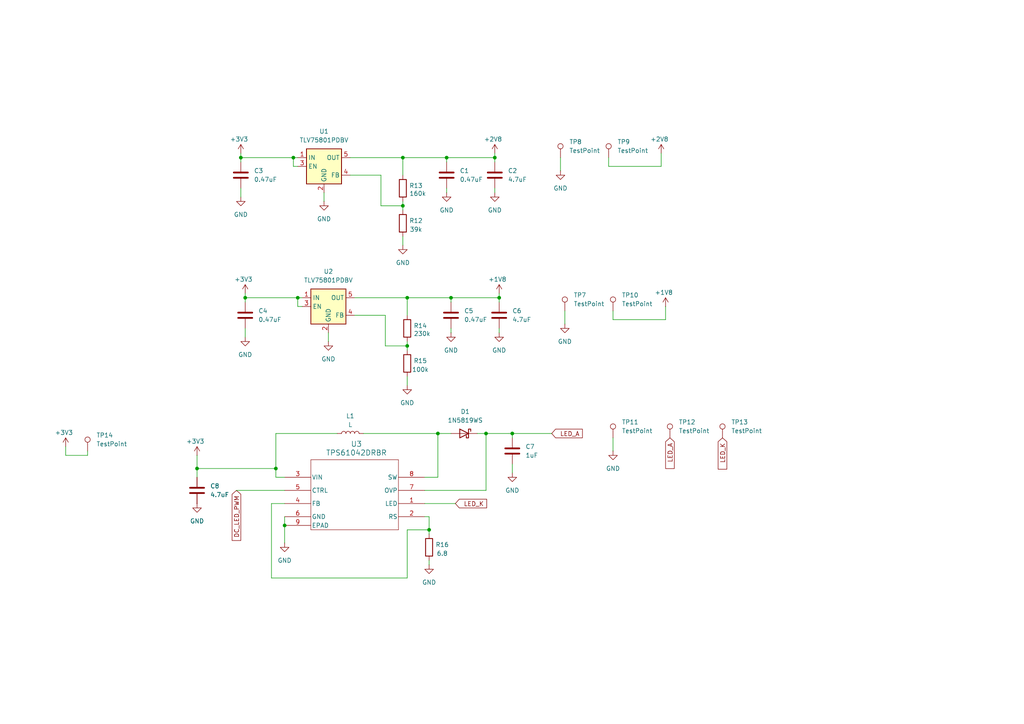
<source format=kicad_sch>
(kicad_sch (version 20250114) (generator "eeschema") (generator_version "9.0")
  (paper "A4")
  (lib_symbols
    (symbol "Connector:TestPoint" (pin_numbers (hide yes)) (pin_names (offset 0.762) (hide yes))
      (property "Reference" "TP" (at 0 6.858 0))
      (property "Value" "TestPoint" (at 0 5.08 0))
      (symbol "TestPoint_0_1"
        (circle (center 0 3.302) (radius 0.762))
      )
      (symbol "TestPoint_1_1"
        (pin passive line (at 0 0 90) (length 2.54) (name "1") (number "1"))
      )
    )
    (symbol "Device:C" (pin_numbers (hide yes)) (pin_names (offset 0.254))
      (property "Reference" "C" (at 0.635 2.54 0))
      (property "Value" "C" (at 0.635 -2.54 0))
      (symbol "C_0_1"
        (polyline (pts (xy -2.032 0.762) (xy 2.032 0.762)) (stroke (width 0.508)))
        (polyline (pts (xy -2.032 -0.762) (xy 2.032 -0.762)) (stroke (width 0.508)))
      )
      (symbol "C_1_1"
        (pin passive line (at 0 3.81 270) (length 2.794) (name "~") (number "1"))
        (pin passive line (at 0 -3.81 90) (length 2.794) (name "~") (number "2"))
      )
    )
    (symbol "Device:L" (pin_numbers (hide yes)) (pin_names (offset 1.016) (hide yes))
      (property "Reference" "L" (at -1.27 0 90))
      (property "Value" "L" (at 1.905 0 90))
      (symbol "L_0_1"
        (arc (start 0 2.54) (mid 0.6323 1.905) (end 0 1.27))
        (arc (start 0 1.27) (mid 0.6323 0.635) (end 0 0))
        (arc (start 0 0) (mid 0.6323 -0.635) (end 0 -1.27))
        (arc (start 0 -1.27) (mid 0.6323 -1.905) (end 0 -2.54))
      )
      (symbol "L_1_1"
        (pin passive line (at 0 3.81 270) (length 1.27) (name "1") (number "1"))
        (pin passive line (at 0 -3.81 90) (length 1.27) (name "2") (number "2"))
      )
    )
    (symbol "Device:R" (pin_numbers (hide yes)) (pin_names (offset 0))
      (property "Reference" "R" (at 2.032 0 90))
      (property "Value" "R" (at 0 0 90))
      (symbol "R_0_1"
        (rectangle (start -1.016 -2.54) (end 1.016 2.54) (stroke (width 0.254)))
      )
      (symbol "R_1_1"
        (pin passive line (at 0 3.81 270) (length 1.27) (name "~") (number "1"))
        (pin passive line (at 0 -3.81 90) (length 1.27) (name "~") (number "2"))
      )
    )
    (symbol "Diode:1N5819WS" (pin_numbers (hide yes)) (pin_names (offset 1.016) (hide yes))
      (property "Reference" "D" (at 0 2.54 0))
      (property "Value" "1N5819WS" (at 0 -2.54 0))
      (symbol "1N5819WS_0_1"
        (polyline (pts (xy -1.905 0.635) (xy -1.905 1.27) (xy -1.27 1.27) (xy -1.27 -1.27) (xy -0.635 -1.27) (xy -0.635 -0.635)) (stroke (width 0.254)))
        (polyline (pts (xy 1.27 1.27) (xy 1.27 -1.27) (xy -1.27 0) (xy 1.27 1.27)) (stroke (width 0.254)))
        (polyline (pts (xy 1.27 0) (xy -1.27 0)))
      )
      (symbol "1N5819WS_1_1"
        (pin passive line (at -3.81 0 0) (length 2.54) (name "K") (number "1"))
        (pin passive line (at 3.81 0 180) (length 2.54) (name "A") (number "2"))
      )
    )
    (symbol "Regulator_Linear:TLV75801PDBV"
      (property "Reference" "U" (at -3.81 6.35 0))
      (property "Value" "TLV75801PDBV" (at 0 6.35 0))
      (symbol "TLV75801PDBV_0_1"
        (rectangle (start 5.08 -5.08) (end -5.08 5.08) (stroke (width 0.254)) (fill (type background)))
      )
      (symbol "TLV75801PDBV_1_1"
        (pin power_in line (at -7.62 2.54 0) (length 2.54) (name "IN") (number "1"))
        (pin input line (at -7.62 0 0) (length 2.54) (name "EN") (number "3"))
        (pin power_in line (at 0 -7.62 90) (length 2.54) (name "GND") (number "2"))
        (pin power_out line (at 7.62 2.54 180) (length 2.54) (name "OUT") (number "5"))
        (pin input line (at 7.62 -2.54 180) (length 2.54) (name "FB") (number "4"))
      )
    )
    (symbol "TPS61042:TPS61042DRBR" (pin_names (offset 0.254))
      (property "Reference" "U" (at 27.94 10.16 0))
      (property "Value" "TPS61042DRBR" (at 27.94 7.62 0))
      (symbol "TPS61042DRBR_0_1"
        (polyline (pts (xy 7.62 5.08) (xy 7.62 -15.24)) (stroke (width 0.127)))
        (polyline (pts (xy 7.62 -15.24) (xy 33.02 -15.24)) (stroke (width 0.127)) (fill (type background)))
        (polyline (pts (xy 33.02 5.08) (xy 7.62 5.08)) (stroke (width 0.127)))
        (polyline (pts (xy 33.02 -15.24) (xy 33.02 5.08)) (stroke (width 0.127)))
        (pin input line (at 0 0 0) (length 7.62) (name "VIN") (number "3"))
        (pin input line (at 0 -3.81 0) (length 7.62) (name "CTRL") (number "5"))
        (pin input line (at 0 -7.62 0) (length 7.62) (name "FB") (number "4"))
        (pin power_in line (at 0 -11.43 0) (length 7.62) (name "GND") (number "6"))
        (pin unspecified line (at 0 -13.97 0) (length 7.62) (name "EPAD") (number "9"))
        (pin input line (at 40.64 0 180) (length 7.62) (name "SW") (number "8"))
        (pin input line (at 40.64 -3.81 180) (length 7.62) (name "OVP") (number "7"))
        (pin input line (at 40.64 -7.62 180) (length 7.62) (name "LED") (number "1"))
        (pin output line (at 40.64 -11.43 180) (length 7.62) (name "RS") (number "2"))
      )
    )
    (symbol "power:GND" (power) (pin_numbers (hide yes)) (pin_names (offset 0) (hide yes))
      (property "Value" "GND" (at 0 -3.81 0))
      (symbol "GND_0_1"
        (polyline (pts (xy 0 0) (xy 0 -1.27) (xy 1.27 -1.27) (xy 0 -2.54) (xy -1.27 -1.27) (xy 0 -1.27)))
      )
      (symbol "GND_1_1"
        (pin power_in line (at 0 0 270) (length 0) (name "~") (number "1"))
      )
    )
    (symbol "power:VCC" (power) (pin_numbers (hide yes)) (pin_names (offset 0) (hide yes))
      (property "Value" "VCC" (at 0 3.556 0))
      (symbol "VCC_0_1"
        (polyline (pts (xy -0.762 1.27) (xy 0 2.54)))
        (polyline (pts (xy 0 2.54) (xy 0.762 1.27)))
        (polyline (pts (xy 0 0) (xy 0 2.54)))
      )
      (symbol "VCC_1_1"
        (pin power_in line (at 0 0 90) (length 0) (name "~") (number "1"))
      )
    )
  )
  (junction (at 85.09 45.72))
  (junction (at 69.85 45.72))
  (junction (at 116.84 45.72))
  (junction (at 86.36 86.36))
  (junction (at 80.01 135.89))
  (junction (at 144.78 86.36))
  (junction (at 143.51 45.72))
  (junction (at 57.15 135.89))
  (junction (at 116.84 59.69))
  (junction (at 127 125.73))
  (junction (at 118.11 100.33))
  (junction (at 71.12 86.36))
  (junction (at 124.46 153.67))
  (junction (at 148.59 125.73))
  (junction (at 82.55 152.4))
  (junction (at 129.54 45.72))
  (junction (at 140.97 125.73))
  (junction (at 118.11 86.36))
  (junction (at 130.81 86.36))
  (wire (pts (xy 71.12 86.36) (xy 71.12 87.63)))
  (wire (pts (xy 177.8 127) (xy 177.8 130.81)))
  (wire (pts (xy 80.01 125.73) (xy 97.79 125.73)))
  (wire (pts (xy 110.49 50.8) (xy 110.49 59.69)))
  (wire (pts (xy 138.43 125.73) (xy 140.97 125.73)))
  (wire (pts (xy 144.78 87.63) (xy 144.78 86.36)))
  (wire (pts (xy 162.56 45.72) (xy 162.56 49.53)))
  (wire (pts (xy 87.63 88.9) (xy 86.36 88.9)))
  (wire (pts (xy 25.4 132.08) (xy 25.4 130.81)))
  (wire (pts (xy 116.84 50.8) (xy 116.84 45.72)))
  (wire (pts (xy 87.63 86.36) (xy 86.36 86.36)))
  (wire (pts (xy 140.97 125.73) (xy 140.97 142.24)))
  (wire (pts (xy 82.55 152.4) (xy 82.55 157.48)))
  (wire (pts (xy 143.51 54.61) (xy 143.51 55.88)))
  (wire (pts (xy 86.36 86.36) (xy 71.12 86.36)))
  (wire (pts (xy 71.12 95.25) (xy 71.12 97.79)))
  (wire (pts (xy 116.84 59.69) (xy 116.84 60.96)))
  (wire (pts (xy 123.19 149.86) (xy 124.46 149.86)))
  (wire (pts (xy 144.78 85.09) (xy 144.78 86.36)))
  (wire (pts (xy 130.81 95.25) (xy 130.81 96.52)))
  (wire (pts (xy 140.97 125.73) (xy 148.59 125.73)))
  (wire (pts (xy 130.81 86.36) (xy 130.81 87.63)))
  (wire (pts (xy 86.36 45.72) (xy 85.09 45.72)))
  (wire (pts (xy 129.54 45.72) (xy 116.84 45.72)))
  (wire (pts (xy 118.11 86.36) (xy 102.87 86.36)))
  (wire (pts (xy 127 125.73) (xy 127 138.43)))
  (wire (pts (xy 191.77 48.26) (xy 176.53 48.26)))
  (wire (pts (xy 123.19 138.43) (xy 127 138.43)))
  (wire (pts (xy 116.84 68.58) (xy 116.84 71.12)))
  (wire (pts (xy 19.05 129.54) (xy 19.05 132.08)))
  (wire (pts (xy 102.87 91.44) (xy 111.76 91.44)))
  (wire (pts (xy 118.11 109.22) (xy 118.11 111.76)))
  (wire (pts (xy 143.51 46.99) (xy 143.51 45.72)))
  (wire (pts (xy 140.97 142.24) (xy 123.19 142.24)))
  (wire (pts (xy 80.01 138.43) (xy 80.01 135.89)))
  (wire (pts (xy 82.55 138.43) (xy 80.01 138.43)))
  (wire (pts (xy 57.15 135.89) (xy 80.01 135.89)))
  (wire (pts (xy 78.74 146.05) (xy 82.55 146.05)))
  (wire (pts (xy 127 125.73) (xy 130.81 125.73)))
  (wire (pts (xy 143.51 45.72) (xy 129.54 45.72)))
  (wire (pts (xy 130.81 86.36) (xy 118.11 86.36)))
  (wire (pts (xy 176.53 48.26) (xy 176.53 45.72)))
  (wire (pts (xy 85.09 45.72) (xy 69.85 45.72)))
  (wire (pts (xy 69.85 45.72) (xy 69.85 46.99)))
  (wire (pts (xy 191.77 44.45) (xy 191.77 48.26)))
  (wire (pts (xy 193.04 92.71) (xy 177.8 92.71)))
  (wire (pts (xy 80.01 135.89) (xy 80.01 125.73)))
  (wire (pts (xy 69.85 54.61) (xy 69.85 57.15)))
  (wire (pts (xy 57.15 138.43) (xy 57.15 135.89)))
  (wire (pts (xy 163.83 90.17) (xy 163.83 93.98)))
  (wire (pts (xy 110.49 59.69) (xy 116.84 59.69)))
  (wire (pts (xy 129.54 45.72) (xy 129.54 46.99)))
  (wire (pts (xy 71.12 85.09) (xy 71.12 86.36)))
  (wire (pts (xy 124.46 153.67) (xy 118.11 153.67)))
  (wire (pts (xy 148.59 125.73) (xy 160.02 125.73)))
  (wire (pts (xy 118.11 91.44) (xy 118.11 86.36)))
  (wire (pts (xy 82.55 149.86) (xy 82.55 152.4)))
  (wire (pts (xy 124.46 162.56) (xy 124.46 163.83)))
  (wire (pts (xy 78.74 167.64) (xy 78.74 146.05)))
  (wire (pts (xy 118.11 99.06) (xy 118.11 100.33)))
  (wire (pts (xy 57.15 132.08) (xy 57.15 135.89)))
  (wire (pts (xy 143.51 44.45) (xy 143.51 45.72)))
  (wire (pts (xy 86.36 48.26) (xy 85.09 48.26)))
  (wire (pts (xy 144.78 95.25) (xy 144.78 96.52)))
  (wire (pts (xy 116.84 45.72) (xy 101.6 45.72)))
  (wire (pts (xy 118.11 167.64) (xy 78.74 167.64)))
  (wire (pts (xy 118.11 100.33) (xy 118.11 101.6)))
  (wire (pts (xy 144.78 86.36) (xy 130.81 86.36)))
  (wire (pts (xy 69.85 44.45) (xy 69.85 45.72)))
  (wire (pts (xy 111.76 100.33) (xy 118.11 100.33)))
  (wire (pts (xy 118.11 153.67) (xy 118.11 167.64)))
  (wire (pts (xy 177.8 92.71) (xy 177.8 90.17)))
  (wire (pts (xy 129.54 54.61) (xy 129.54 55.88)))
  (wire (pts (xy 132.08 146.05) (xy 123.19 146.05)))
  (wire (pts (xy 95.25 96.52) (xy 95.25 99.06)))
  (wire (pts (xy 193.04 88.9) (xy 193.04 92.71)))
  (wire (pts (xy 101.6 50.8) (xy 110.49 50.8)))
  (wire (pts (xy 19.05 132.08) (xy 25.4 132.08)))
  (wire (pts (xy 124.46 153.67) (xy 124.46 149.86)))
  (wire (pts (xy 86.36 86.36) (xy 86.36 88.9)))
  (wire (pts (xy 111.76 91.44) (xy 111.76 100.33)))
  (wire (pts (xy 148.59 134.62) (xy 148.59 137.16)))
  (wire (pts (xy 116.84 58.42) (xy 116.84 59.69)))
  (wire (pts (xy 93.98 55.88) (xy 93.98 58.42)))
  (wire (pts (xy 148.59 125.73) (xy 148.59 127)))
  (wire (pts (xy 124.46 154.94) (xy 124.46 153.67)))
  (wire (pts (xy 105.41 125.73) (xy 127 125.73)))
  (wire (pts (xy 68.58 142.24) (xy 82.55 142.24)))
  (wire (pts (xy 85.09 45.72) (xy 85.09 48.26)))
  (global_label " LED_K" (shape input) (at 209.55 127 270) (property "Intersheetrefs" "${INTERSHEET_REFS}" (effects (hide yes))))
  (global_label "DC_LED_PWM" (shape input) (at 68.58 142.24 270) (property "Intersheetrefs" "${INTERSHEET_REFS}" (effects (hide yes))))
  (global_label " LED_A" (shape input) (at 160.02 125.73 0) (property "Intersheetrefs" "${INTERSHEET_REFS}" (effects (hide yes))))
  (global_label " LED_A" (shape input) (at 194.31 127 270) (property "Intersheetrefs" "${INTERSHEET_REFS}" (effects (hide yes))))
  (global_label " LED_K" (shape input) (at 132.08 146.05 0) (property "Intersheetrefs" "${INTERSHEET_REFS}" (effects (hide yes))))
  (symbol (lib_id "power:VCC") (at 144.78 85.09 0) (unit 1)
    (property "Reference" "#PWR020" (effects (hide yes)))
    (property "Value" "+1V8" (at 144.272 81.026 0))
    (property "Description" "Power symbol creates a global label with name \"VCC\"" (effects (hide yes)))
  )
  (symbol (lib_id "Connector:TestPoint") (at 176.53 45.72 0) (unit 1)
    (property "Reference" "TP9" (at 179.07 41.1479 0) (effects (justify left)))
    (property "Value" "TestPoint" (at 179.07 43.6879 0) (effects (justify left)))
    (property "Footprint" "TestPoint:TestPoint_Pad_D1.0mm" (effects (hide yes)))
    (property "Description" "test point" (effects (hide yes)))
  )
  (symbol (lib_id "TPS61042:TPS61042DRBR") (at 82.55 138.43 0) (unit 1)
    (property "Reference" "U3" (at 103.378 128.778 0) (effects (font (size 1.524 1.524))))
    (property "Value" "TPS61042DRBR" (at 103.378 131.318 0) (effects (font (size 1.524 1.524))))
    (property "Footprint" "lib:DRB8_1P75X1P5" (effects (hide yes)))
    (property "Datasheet" "TPS61042DRBR" (effects (hide yes)))
  )
  (symbol (lib_id "power:GND") (at 177.8 130.81 0) (unit 1)
    (property "Reference" "#PWR039" (effects (hide yes)))
    (property "Value" "GND" (at 177.8 135.89 0))
    (property "Description" "Power symbol creates a global label with name \"GND\" , ground" (effects (hide yes)))
  )
  (symbol (lib_id "Device:R") (at 118.11 95.25 180) (unit 1)
    (property "Reference" "R14" (at 121.92 94.488 0))
    (property "Value" "230k" (at 122.428 96.774 0))
    (property "Footprint" "Resistor_SMD:R_0603_1608Metric" (effects (hide yes)))
    (property "Description" "Resistor" (effects (hide yes)))
  )
  (symbol (lib_id "power:GND") (at 57.15 146.05 0) (unit 1)
    (property "Reference" "#PWR025" (effects (hide yes)))
    (property "Value" "GND" (at 57.15 151.13 0))
    (property "Description" "Power symbol creates a global label with name \"GND\" , ground" (effects (hide yes)))
  )
  (symbol (lib_id "power:GND") (at 95.25 99.06 0) (unit 1)
    (property "Reference" "#PWR017" (effects (hide yes)))
    (property "Value" "GND" (at 95.25 104.14 0))
    (property "Description" "Power symbol creates a global label with name \"GND\" , ground" (effects (hide yes)))
  )
  (symbol (lib_id "Regulator_Linear:TLV75801PDBV") (at 93.98 48.26 0) (unit 1)
    (property "Reference" "U1" (at 93.98 38.1 0))
    (property "Value" "TLV75801PDBV" (at 93.98 40.64 0))
    (property "Footprint" "Package_TO_SOT_SMD:SOT-23-5" (effects (hide yes)))
    (property "Datasheet" "https://www.ti.com/lit/ds/symlink/tlv758p.pdf" (effects (hide yes)))
    (property "Description" "500mA Low-Dropout Linear Regulator, Adjustable Output, SOT-23-5" (effects (hide yes)))
  )
  (symbol (lib_id "Device:C") (at 71.12 91.44 0) (unit 1)
    (property "Reference" "C4" (at 74.93 90.1699 0) (effects (justify left)))
    (property "Value" "0.47uF" (at 74.93 92.7099 0) (effects (justify left)))
    (property "Footprint" "Capacitor_SMD:C_0603_1608Metric" (effects (hide yes)))
    (property "Description" "Unpolarized capacitor" (effects (hide yes)))
  )
  (symbol (lib_id "power:GND") (at 69.85 57.15 0) (unit 1)
    (property "Reference" "#PWR013" (effects (hide yes)))
    (property "Value" "GND" (at 69.85 62.23 0))
    (property "Description" "Power symbol creates a global label with name \"GND\" , ground" (effects (hide yes)))
  )
  (symbol (lib_id "power:GND") (at 118.11 111.76 0) (unit 1)
    (property "Reference" "#PWR018" (effects (hide yes)))
    (property "Value" "GND" (at 118.11 116.84 0))
    (property "Description" "Power symbol creates a global label with name \"GND\" , ground" (effects (hide yes)))
  )
  (symbol (lib_id "Device:C") (at 148.59 130.81 0) (unit 1)
    (property "Reference" "C7" (at 152.4 129.5399 0) (effects (justify left)))
    (property "Value" "1uF" (at 152.4 132.0799 0) (effects (justify left)))
    (property "Footprint" "Capacitor_SMD:C_0603_1608Metric" (effects (hide yes)))
    (property "Description" "Unpolarized capacitor" (effects (hide yes)))
  )
  (symbol (lib_id "Regulator_Linear:TLV75801PDBV") (at 95.25 88.9 0) (unit 1)
    (property "Reference" "U2" (at 95.25 78.74 0))
    (property "Value" "TLV75801PDBV" (at 95.25 81.28 0))
    (property "Footprint" "Package_TO_SOT_SMD:SOT-23-5" (effects (hide yes)))
    (property "Datasheet" "https://www.ti.com/lit/ds/symlink/tlv758p.pdf" (effects (hide yes)))
    (property "Description" "500mA Low-Dropout Linear Regulator, Adjustable Output, SOT-23-5" (effects (hide yes)))
  )
  (symbol (lib_id "power:GND") (at 129.54 55.88 0) (unit 1)
    (property "Reference" "#PWR09" (effects (hide yes)))
    (property "Value" "GND" (at 129.54 60.96 0))
    (property "Description" "Power symbol creates a global label with name \"GND\" , ground" (effects (hide yes)))
  )
  (symbol (lib_id "power:VCC") (at 57.15 132.08 0) (unit 1)
    (property "Reference" "#PWR026" (effects (hide yes)))
    (property "Value" "+3V3" (at 56.642 128.016 0))
    (property "Description" "Power symbol creates a global label with name \"VCC\"" (effects (hide yes)))
  )
  (symbol (lib_id "Connector:TestPoint") (at 177.8 127 0) (unit 1)
    (property "Reference" "TP11" (at 180.34 122.4279 0) (effects (justify left)))
    (property "Value" "TestPoint" (at 180.34 124.9679 0) (effects (justify left)))
    (property "Footprint" "TestPoint:TestPoint_Pad_D1.0mm" (effects (hide yes)))
    (property "Description" "test point" (effects (hide yes)))
  )
  (symbol (lib_id "Device:C") (at 144.78 91.44 0) (unit 1)
    (property "Reference" "C6" (at 148.59 90.1699 0) (effects (justify left)))
    (property "Value" "4.7uF" (at 148.59 92.7099 0) (effects (justify left)))
    (property "Footprint" "Capacitor_SMD:C_0603_1608Metric" (effects (hide yes)))
    (property "Description" "Unpolarized capacitor" (effects (hide yes)))
  )
  (symbol (lib_id "Device:R") (at 116.84 64.77 180) (unit 1)
    (property "Reference" "R12" (at 120.65 64.008 0))
    (property "Value" "39k" (at 120.65 66.548 0))
    (property "Footprint" "Resistor_SMD:R_0603_1608Metric" (effects (hide yes)))
    (property "Description" "Resistor" (effects (hide yes)))
  )
  (symbol (lib_id "power:VCC") (at 191.77 44.45 0) (unit 1)
    (property "Reference" "#PWR037" (effects (hide yes)))
    (property "Value" "+2V8" (at 191.262 40.386 0))
    (property "Description" "Power symbol creates a global label with name \"VCC\"" (effects (hide yes)))
  )
  (symbol (lib_id "power:GND") (at 162.56 49.53 0) (unit 1)
    (property "Reference" "#PWR036" (effects (hide yes)))
    (property "Value" "GND" (at 162.56 54.61 0))
    (property "Description" "Power symbol creates a global label with name \"GND\" , ground" (effects (hide yes)))
  )
  (symbol (lib_id "Connector:TestPoint") (at 209.55 127 0) (unit 1)
    (property "Reference" "TP13" (at 212.09 122.4279 0) (effects (justify left)))
    (property "Value" "TestPoint" (at 212.09 124.9679 0) (effects (justify left)))
    (property "Footprint" "TestPoint:TestPoint_Pad_D1.0mm" (effects (hide yes)))
    (property "Description" "test point" (effects (hide yes)))
  )
  (symbol (lib_id "power:GND") (at 124.46 163.83 0) (unit 1)
    (property "Reference" "#PWR023" (effects (hide yes)))
    (property "Value" "GND" (at 124.46 168.91 0))
    (property "Description" "Power symbol creates a global label with name \"GND\" , ground" (effects (hide yes)))
  )
  (symbol (lib_id "power:VCC") (at 69.85 44.45 0) (unit 1)
    (property "Reference" "#PWR012" (effects (hide yes)))
    (property "Value" "+3V3" (at 69.342 40.386 0))
    (property "Description" "Power symbol creates a global label with name \"VCC\"" (effects (hide yes)))
  )
  (symbol (lib_id "Device:R") (at 116.84 54.61 180) (unit 1)
    (property "Reference" "R13" (at 120.65 53.848 0))
    (property "Value" "160k" (at 121.158 56.134 0))
    (property "Footprint" "Resistor_SMD:R_0603_1608Metric" (effects (hide yes)))
    (property "Description" "Resistor" (effects (hide yes)))
  )
  (symbol (lib_id "power:VCC") (at 19.05 129.54 0) (unit 1)
    (property "Reference" "#PWR040" (effects (hide yes)))
    (property "Value" "+3V3" (at 18.542 125.476 0))
    (property "Description" "Power symbol creates a global label with name \"VCC\"" (effects (hide yes)))
  )
  (symbol (lib_id "Connector:TestPoint") (at 163.83 90.17 0) (unit 1)
    (property "Reference" "TP7" (at 166.37 85.5979 0) (effects (justify left)))
    (property "Value" "TestPoint" (at 166.37 88.1379 0) (effects (justify left)))
    (property "Footprint" "TestPoint:TestPoint_Pad_D1.0mm" (effects (hide yes)))
    (property "Description" "test point" (effects (hide yes)))
  )
  (symbol (lib_id "Connector:TestPoint") (at 177.8 90.17 0) (unit 1)
    (property "Reference" "TP10" (at 180.34 85.5979 0) (effects (justify left)))
    (property "Value" "TestPoint" (at 180.34 88.1379 0) (effects (justify left)))
    (property "Footprint" "TestPoint:TestPoint_Pad_D1.0mm" (effects (hide yes)))
    (property "Description" "test point" (effects (hide yes)))
  )
  (symbol (lib_id "power:GND") (at 130.81 96.52 0) (unit 1)
    (property "Reference" "#PWR019" (effects (hide yes)))
    (property "Value" "GND" (at 130.81 101.6 0))
    (property "Description" "Power symbol creates a global label with name \"GND\" , ground" (effects (hide yes)))
  )
  (symbol (lib_id "power:GND") (at 144.78 96.52 0) (unit 1)
    (property "Reference" "#PWR021" (effects (hide yes)))
    (property "Value" "GND" (at 144.78 101.6 0))
    (property "Description" "Power symbol creates a global label with name \"GND\" , ground" (effects (hide yes)))
  )
  (symbol (lib_id "Connector:TestPoint") (at 162.56 45.72 0) (unit 1)
    (property "Reference" "TP8" (at 165.1 41.1479 0) (effects (justify left)))
    (property "Value" "TestPoint" (at 165.1 43.6879 0) (effects (justify left)))
    (property "Footprint" "TestPoint:TestPoint_Pad_D1.0mm" (effects (hide yes)))
    (property "Description" "test point" (effects (hide yes)))
  )
  (symbol (lib_id "Connector:TestPoint") (at 25.4 130.81 0) (unit 1)
    (property "Reference" "TP14" (at 27.94 126.2379 0) (effects (justify left)))
    (property "Value" "TestPoint" (at 27.94 128.7779 0) (effects (justify left)))
    (property "Footprint" "TestPoint:TestPoint_Pad_D1.0mm" (effects (hide yes)))
    (property "Description" "test point" (effects (hide yes)))
  )
  (symbol (lib_id "power:GND") (at 163.83 93.98 0) (unit 1)
    (property "Reference" "#PWR035" (effects (hide yes)))
    (property "Value" "GND" (at 163.83 99.06 0))
    (property "Description" "Power symbol creates a global label with name \"GND\" , ground" (effects (hide yes)))
  )
  (symbol (lib_id "Device:C") (at 130.81 91.44 0) (unit 1)
    (property "Reference" "C5" (at 134.62 90.1699 0) (effects (justify left)))
    (property "Value" "0.47uF" (at 134.62 92.7099 0) (effects (justify left)))
    (property "Footprint" "Capacitor_SMD:C_0603_1608Metric" (effects (hide yes)))
    (property "Description" "Unpolarized capacitor" (effects (hide yes)))
  )
  (symbol (lib_id "power:GND") (at 71.12 97.79 0) (unit 1)
    (property "Reference" "#PWR016" (effects (hide yes)))
    (property "Value" "GND" (at 71.12 102.87 0))
    (property "Description" "Power symbol creates a global label with name \"GND\" , ground" (effects (hide yes)))
  )
  (symbol (lib_id "Connector:TestPoint") (at 194.31 127 0) (unit 1)
    (property "Reference" "TP12" (at 196.85 122.4279 0) (effects (justify left)))
    (property "Value" "TestPoint" (at 196.85 124.9679 0) (effects (justify left)))
    (property "Footprint" "TestPoint:TestPoint_Pad_D1.0mm" (effects (hide yes)))
    (property "Description" "test point" (effects (hide yes)))
  )
  (symbol (lib_id "Device:R") (at 118.11 105.41 180) (unit 1)
    (property "Reference" "R15" (at 121.92 104.648 0))
    (property "Value" "100k" (at 121.92 107.188 0))
    (property "Footprint" "Resistor_SMD:R_0603_1608Metric" (effects (hide yes)))
    (property "Description" "Resistor" (effects (hide yes)))
  )
  (symbol (lib_id "Device:R") (at 124.46 158.75 180) (unit 1)
    (property "Reference" "R16" (at 128.27 157.988 0))
    (property "Value" "6.8" (at 128.27 160.528 0))
    (property "Footprint" "Resistor_SMD:R_0603_1608Metric" (effects (hide yes)))
    (property "Description" "Resistor" (effects (hide yes)))
  )
  (symbol (lib_id "power:VCC") (at 71.12 85.09 0) (unit 1)
    (property "Reference" "#PWR015" (effects (hide yes)))
    (property "Value" "+3V3" (at 70.612 81.026 0))
    (property "Description" "Power symbol creates a global label with name \"VCC\"" (effects (hide yes)))
  )
  (symbol (lib_id "Device:C") (at 129.54 50.8 0) (unit 1)
    (property "Reference" "C1" (at 133.35 49.5299 0) (effects (justify left)))
    (property "Value" "0.47uF" (at 133.35 52.0699 0) (effects (justify left)))
    (property "Footprint" "Capacitor_SMD:C_0603_1608Metric" (effects (hide yes)))
    (property "Description" "Unpolarized capacitor" (effects (hide yes)))
  )
  (symbol (lib_id "Device:C") (at 143.51 50.8 0) (unit 1)
    (property "Reference" "C2" (at 147.32 49.5299 0) (effects (justify left)))
    (property "Value" "4.7uF" (at 147.32 52.0699 0) (effects (justify left)))
    (property "Footprint" "Capacitor_SMD:C_0603_1608Metric" (effects (hide yes)))
    (property "Description" "Unpolarized capacitor" (effects (hide yes)))
  )
  (symbol (lib_id "Device:C") (at 69.85 50.8 0) (unit 1)
    (property "Reference" "C3" (at 73.66 49.5299 0) (effects (justify left)))
    (property "Value" "0.47uF" (at 73.66 52.0699 0) (effects (justify left)))
    (property "Footprint" "Capacitor_SMD:C_0603_1608Metric" (effects (hide yes)))
    (property "Description" "Unpolarized capacitor" (effects (hide yes)))
  )
  (symbol (lib_id "power:GND") (at 143.51 55.88 0) (unit 1)
    (property "Reference" "#PWR010" (effects (hide yes)))
    (property "Value" "GND" (at 143.51 60.96 0))
    (property "Description" "Power symbol creates a global label with name \"GND\" , ground" (effects (hide yes)))
  )
  (symbol (lib_id "power:GND") (at 82.55 157.48 0) (unit 1)
    (property "Reference" "#PWR024" (effects (hide yes)))
    (property "Value" "GND" (at 82.55 162.56 0))
    (property "Description" "Power symbol creates a global label with name \"GND\" , ground" (effects (hide yes)))
  )
  (symbol (lib_id "power:GND") (at 116.84 71.12 0) (unit 1)
    (property "Reference" "#PWR08" (effects (hide yes)))
    (property "Value" "GND" (at 116.84 76.2 0))
    (property "Description" "Power symbol creates a global label with name \"GND\" , ground" (effects (hide yes)))
  )
  (symbol (lib_id "power:GND") (at 148.59 137.16 0) (unit 1)
    (property "Reference" "#PWR022" (effects (hide yes)))
    (property "Value" "GND" (at 148.59 142.24 0))
    (property "Description" "Power symbol creates a global label with name \"GND\" , ground" (effects (hide yes)))
  )
  (symbol (lib_id "power:VCC") (at 193.04 88.9 0) (unit 1)
    (property "Reference" "#PWR038" (effects (hide yes)))
    (property "Value" "+1V8" (at 192.532 84.836 0))
    (property "Description" "Power symbol creates a global label with name \"VCC\"" (effects (hide yes)))
  )
  (symbol (lib_id "Device:L") (at 101.6 125.73 90) (unit 1)
    (property "Reference" "L1" (at 101.6 120.65 90))
    (property "Value" "L" (at 101.6 123.19 90))
    (property "Footprint" "Inductor_SMD:L_1210_3225Metric" (effects (hide yes)))
    (property "Description" "DFE322512F-4R7M=P2" (effects (hide yes)))
    (property "LCSC #" "C703083" (effects (hide yes)))
  )
  (symbol (lib_id "Device:C") (at 57.15 142.24 0) (unit 1)
    (property "Reference" "C8" (at 60.96 140.9699 0) (effects (justify left)))
    (property "Value" "4.7uF" (at 60.96 143.5099 0) (effects (justify left)))
    (property "Footprint" "Capacitor_SMD:C_0603_1608Metric" (effects (hide yes)))
    (property "Description" "Unpolarized capacitor" (effects (hide yes)))
  )
  (symbol (lib_id "power:GND") (at 93.98 58.42 0) (unit 1)
    (property "Reference" "#PWR014" (effects (hide yes)))
    (property "Value" "GND" (at 93.98 63.5 0))
    (property "Description" "Power symbol creates a global label with name \"GND\" , ground" (effects (hide yes)))
  )
  (symbol (lib_id "power:VCC") (at 143.51 44.45 0) (unit 1)
    (property "Reference" "#PWR011" (effects (hide yes)))
    (property "Value" "+2V8" (at 143.002 40.386 0))
    (property "Description" "Power symbol creates a global label with name \"VCC\"" (effects (hide yes)))
  )
  (symbol (lib_id "Diode:1N5819WS") (at 134.62 125.73 0) (mirror y) (unit 1)
    (property "Reference" "D1" (at 134.9375 119.38 0))
    (property "Value" "1N5819WS" (at 134.9375 121.92 0))
    (property "Footprint" "Diode_SMD:D_SOD-323" (effects (hide yes)))
    (property "Datasheet" "https://datasheet.lcsc.com/lcsc/2204281430_Guangdong-Hottech-1N5819WS_C191023.pdf" (effects (hide yes)))
    (property "Description" "40V 600mV@1A 1A SOD-323 Schottky Barrier Diodes, SOD-323" (effects (hide yes)))
  )
)
</source>
